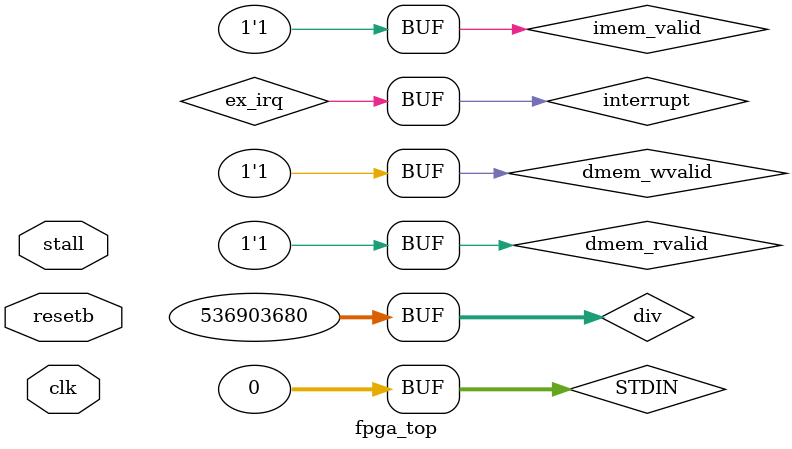
<source format=v>

`define PRINT_TIMELOG

`define TOP         top.riscv

/* verilator coverage_off */

`ifdef VERILATOR
import "DPI-C" function byte getch();
`endif

`ifdef SYNTHESIS
module fpga_top(
    input           clk,
    input           resetb,
    input           stall
);
`else
`ifdef VERILATOR
module testbench(
    input           clk,
    input           resetb,
    input           stall
);
`else
module testbench();
`endif // VERILATOR
`endif // SYNTHESIS

    `include "opcode.vh"

`ifdef MEMSIZE
    localparam      IRAMSIZE    = `MEMSIZE*1024;
    localparam      IRAMBASE    =  2147483648;
    localparam      DRAMSIZE    = `MEMSIZE*1024;
    localparam      DRAMBASE    =  2147483648 + `MEMSIZE*1024;
`else
    localparam      IRAMSIZE    = 128*1024;
    localparam      IRAMBASE    = 2147483648;
    localparam      DRAMSIZE    = 128*1024;
    localparam      DRAMBASE    = 2147483648 + 128*1024;
`endif

`ifndef SYNTHESIS
`ifndef VERILATOR
    reg             clk;
    reg             resetb;
    reg             stall;
`endif // !VERILATOR
`endif // !SYNTHESIS

    wire            exception;
    wire            ex_irq;
    wire            interrupt;

    reg     [31: 0] next_pc;
    reg     [ 7: 0] count;
    reg     [ 1: 0] fillcount;
    integer         i;
    integer         dump;
    integer         STDIN = 0;

task printStatistics;
begin
    $display("\nExcuting %0d instructions, %0d cycles, %0d.%03d CPI",
            `TOP.csr_instret, `TOP.csr_cycle,
            `TOP.csr_cycle/`TOP.csr_instret,
            (`TOP.csr_cycle * 1000 /`TOP.csr_instret) % 1000);
    $display("Program terminate");
end
endtask

`ifndef SYNTHESIS
initial begin
    if ($test$plusargs("help") != 0) begin
        $display("");
        $display("    +no-meminit   memory uninitialized");
        $display("    +dump         dump vcd file");
        $display("    +trace        generate trace log");
        $display("");
        $finish(0);
    end

    dump = $fopen("dump.txt", "w");

    if ($test$plusargs("dump") != 0) begin
        `ifdef VERILATOR
        $dumpfile("wave.fst");
        `else
        $dumpfile("wave.vcd");
        `endif
        $dumpvars(0, testbench);
    end

`ifndef VERILATOR
    clk             = 1'b1;
    resetb          = 1'b0;
    stall           = 1'b1;

    #100 resetb     = 1'b1;
    #100 stall      = 1'b0;
`endif // VERILATOR

end

`ifndef VERILATOR
always #10 clk      = ~clk;
`endif // VERILATOR

// check timeout if the PC do not change anymore
always @(posedge clk or negedge resetb) begin
    if (!resetb) begin
        next_pc     <= 32'h0;
        count       <= 8'h0;
    end else begin
        next_pc     <= `TOP.if_pc;

        if (next_pc == `TOP.if_pc)
            count   <= count + 1;
        else
            count   <= 8'h0;

        if (count > 100) begin
            $display("Executing timeout");
            #10 $finish(2);
        end
    end
end

// stop at exception
`ifdef STOP_AT_EXCEPTION
always @(posedge clk) begin
    if (exception) begin
        $display("Exception occurs, simulation exist.");
        #10 $finish(2);
    end
end
`endif
`endif // SYNTHESIS

`ifdef SINGLE_RAM

    wire            mem_ready;
    wire            mem_valid;
    wire            mem_we;
    wire    [31: 0] mem_addr;
    wire            mem_rresp;
    wire    [31: 0] mem_rdata;
    wire    [31: 0] mem_wdata;
    wire    [ 3: 0] mem_wstrb;
    wire            ready;

    assign mem_valid = 1'b1;
    assign interrupt = ex_irq;

    assign ready =
        (mem_ready && mem_we &&
         (mem_addr == MMIO_PUTC ||
          mem_addr == MMIO_GETC ||
          mem_addr == MMIO_EXIT)) ? 1'b0 : mem_ready;

    top top (
        .clk        (clk),
        .resetb     (resetb),

        .stall      (stall),
        .exception  (exception),

        .ex_irq     (ex_irq),
        .interrupt  (interrupt),

        .mem_ready  (mem_ready),
        .mem_valid  (mem_valid),
        .mem_we     (mem_we),
        .mem_addr   (mem_addr),
        .mem_rresp  (mem_rresp),
        .mem_rdata  (mem_rdata),
        .mem_wdata  (mem_wdata),
        .mem_wstrb  (mem_wstrb)
    );

    mem1port # (
        .SIZE(IRAMSIZE+DRAMSIZE),
        .FILE("memory.bin")
    ) mem (
        .clk   (clk),
        .resetb(resetb),

        .ready (ready),
        .we    (mem_we),
        .addr  (mem_addr[31:2]),
        .rresp (mem_rresp),
        .rdata (mem_rdata),
        .wdata (mem_wdata),
        .wstrb (mem_wstrb)
    );
    


`ifndef SYNTHESIS
    // check memory range
    always @(posedge clk) begin
        if (mem_ready && mem_we && mem_addr == MMIO_PUTC) begin
            $write("%c", mem_wdata[7:0]);
            $fflush;
        end
        else if (mem_ready && !mem_we && mem_addr == MMIO_GETC) begin
            `ifdef VERILATOR
            mem_rdata[ 7: 0] <= getch();
            `else
            // TODO
            mem_rdata[ 7: 0] <= 8'h78; // $fgetc(STDIN);
            `endif
            mem_rdata[31: 8] <= 'd0;
        end
        else if (mem_ready && mem_we && mem_addr == MMIO_EXIT) begin
            printStatistics();
            #10 $finish(1);
        end
        else if (mem_ready &&
                 mem_addr[31:$clog2(DRAMSIZE+IRAMSIZE)] != 'd0) begin
            $display("DMEM address %x out of range", mem_addr);
            #10 $finish(2);
        end
    end

    // syscall
    always @(posedge clk) begin
        if (`TOP.wb_system && !`TOP.wb_stall) begin
            if (`TOP.wb_break == 2'b00 && `TOP.regs[REG_A7] == SYS_EXIT) begin
                printStatistics();
                #10 $finish(2);
            end else if (`TOP.wb_break == 2'b00 && `TOP.regs[REG_A7] == SYS_WRITE &&
                `TOP.regs[REG_A0] == 32'h1) begin // stdout
                for (i = 0; i < `TOP.regs[REG_A2]; i = i + 1) begin
                    $write("%c", mem.getb(`TOP.regs[REG_A1] + i));
                end
                /* verilator lint_off IGNOREDRETURN */
                `TOP.set_reg(REG_A0, `TOP.regs[REG_A2]);
                /* verilator lint_on IGNOREDRETURN */
                $fflush;
            end else if (`TOP.wb_break == 2'b00 && `TOP.regs[REG_A7] == SYS_READ &&
                `TOP.regs[REG_A0] == 32'h0) begin // stdin
                // TODO
            end else if (`TOP.wb_break == 2'b00 && `TOP.regs[REG_A7] == SYS_DUMP && dump != 0) begin
                for (i = `TOP.regs[REG_A0]; i < `TOP.regs[REG_A1]; i = i + 4) begin
                    $fdisplay(dump, "%02x%02x%02x%02x", mem.getb(i + 3),
                                                        mem.getb(i + 2),
                                                        mem.getb(i + 1),
                                                        mem.getb(i + 0));
                end
            end else if (`TOP.wb_break == 2'b00 && `TOP.regs[REG_A7] == SYS_DUMP_BIN && dump != 0) begin
                for (i = `TOP.regs[REG_A0]; i < `TOP.regs[REG_A1]; i = i + 1) begin
                    $fwrite(dump, "%c", mem.getb(i));
                end
            end
        end
    end
`endif // SYNTHESIS

`else // SINGLE_RAM

    wire            imem_ready;
    wire            imem_valid;
    wire    [31: 0] imem_addr;
    wire            imem_rresp;
    wire    [31: 0] imem_rdata;

    wire            dmem_wready;
    wire            dmem_wvalid;
    wire    [31: 0] dmem_waddr;
    wire    [31: 0] dmem_wdata;
    wire    [ 3: 0] dmem_wstrb;

    wire            dmem_rready;
    wire            dmem_rvalid;
    wire    [31: 0] dmem_raddr;
    wire            dmem_rresp;
    reg     [31: 0] dmem_rdata;
    wire    [31: 0] temp_addrr;
    wire    [31: 0] div;
    wire    [31: 0] temp_addrw;
    wire    [31: 0] temp_addri;

    wire            wready;

    assign imem_valid   = 1'b1;
    assign dmem_rvalid  = 1'b1;
    assign dmem_wvalid  = 1'b1;
	
    assign interrupt    = ex_irq;
    assign div  =  DRAMBASE >> 2;
    assign temp_addrw[31:0]	= {2'b0,dmem_waddr[31:2] } - (DRAMBASE >> 2) ;
    assign temp_addrr[31:0]	= {2'b0,dmem_raddr[31:2] } - (DRAMBASE >> 2);
    assign temp_addri   = {2'b0, imem_addr[31:2]} - (IRAMBASE >> 2);

    assign wready =
        (dmem_wready &&
         (dmem_waddr == MMIO_PUTC ||
          dmem_waddr == MMIO_GETC ||
          dmem_waddr == MMIO_EXIT)) ? 1'b0 : dmem_wready;

    top top(
        .clk        (clk),
        .resetb     (resetb),

        .stall      (stall),
        .exception  (exception),

        .ex_irq     (ex_irq),
        .interrupt  (interrupt),

        .imem_ready (imem_ready),
        .imem_valid (imem_valid),
        .imem_addr  (imem_addr),
        .imem_rresp (imem_rresp),
        .imem_rdata (imem_rdata),

        .dmem_wready(dmem_wready),
        .dmem_wvalid(dmem_wvalid),
        .dmem_waddr (dmem_waddr),
        .dmem_wdata (dmem_wdata),
        .dmem_wstrb (dmem_wstrb),

        .dmem_rready(dmem_rready),
        .dmem_rvalid(dmem_rvalid),
        .dmem_raddr (dmem_raddr),
        .dmem_rresp (dmem_rresp),
        .dmem_rdata (dmem_rdata)
    );

`ifdef RV32C_ENABLED
    mem2r1w # (
        .SIZE(IRAMSIZE),
        .FILE("imem.bin")
    ) imem (
        .clk   (clk),
        .resetb(resetb),

        .rready(imem_ready & imem_valid),
        .wready(1'b0),
        .rresp (imem_rresp),
        .rdata (imem_rdata),
        .raddr (imem_addr[31:1]-(IRAMBASE/2)),
        .waddr (30'h0),
        .wdata (32'h0),
        .wstrb (4'h0)
    );
`else
    mem2ports # (
        .SIZE(IRAMSIZE),
        .FILE("imem.bin")
    ) imem (
        .clk   (clk),
        .resetb(resetb),

        .rready(imem_ready & imem_valid),
        .wready(1'b0),
        .rresp (imem_rresp),
        .rdata (imem_rdata),
        .raddr ({2'b0,temp_addri[27:0]}),
        .waddr (30'h0),
        .wdata (32'h0),
        .wstrb (4'h0)
    );
`endif // RV32C_ENABLED

    mem2ports # (
        .SIZE(DRAMSIZE),
        .FILE("dmem.bin")
    ) dmem (
        .clk   (clk),
        .resetb(resetb),

        .rready(dmem_rready & dmem_rvalid),
        .wready(wready & dmem_wvalid),
        .rresp (dmem_rresp),
        .rdata (dmem_rdata),
        .raddr ({2'b0,temp_addrr[27:0]}),
        .waddr ({2'b0,temp_addrw[27:0]}),
        .wdata (dmem_wdata),
        .wstrb (dmem_wstrb)
    );

`ifndef SYNTHESIS
    // check memory range
    always @(posedge clk) begin
        if (imem_ready && imem_addr[31:$clog2(IRAMSIZE)] > 15'b1000_0000_0000_000) begin
            $display("IMEM address %x out of range", imem_addr);
            #10 $finish(2);
        end

        if (`TOP.dmem_wready && `TOP.dmem_waddr == MMIO_PUTC) begin
            $write("%c", dmem_wdata[7:0]);
            $fflush;
        end
        else if (`TOP.dmem_rready && `TOP.dmem_raddr == MMIO_GETC) begin
            `ifdef VERILATOR
            dmem_rdata[ 7: 0] <= getch();
            `else
            // TODO
            dmem_rdata[ 7: 0] <= 8'h78; // $fgetc(STDIN);
            `endif
            dmem_rdata[31: 8] <= 'd0;
        end
        else if (`TOP.dmem_wready && `TOP.dmem_waddr == MMIO_EXIT) begin
            printStatistics();
            #10 $finish(1);
        end
        else if (dmem_wready &&
                 dmem_waddr[31:$clog2(DRAMSIZE + IRAMSIZE)] > 14'b1000_0000_0000_00) begin;
            $display("DMEM address %x out of range in if", dmem_waddr);
            #10 $finish(2);
        end
    end

    // syscall
    always @(posedge clk) begin
        if (`TOP.wb_system && !`TOP.wb_stall) begin
            if (`TOP.wb_break == 2'b00 && `TOP.regs[REG_A7] == SYS_EXIT) begin
                printStatistics();
                #10 $finish(2);
            end else if (`TOP.wb_break == 2'b00 && `TOP.regs[REG_A7] == SYS_WRITE &&
                `TOP.regs[REG_A0] == 32'h1) begin // stdout
                for (i = 0; i < `TOP.regs[REG_A2]; i = i + 1) begin
                    $write("%c", dmem.getb(`TOP.regs[REG_A1] - IRAMSIZE + i));
                end
                /* verilator lint_off IGNOREDRETURN */
                `TOP.set_reg(REG_A0, `TOP.regs[REG_A2]);
                /* verilator lint_on IGNOREDRETURN */
                $fflush;
            end else if (`TOP.wb_break == 2'b00 && `TOP.regs[REG_A7] == SYS_READ &&
                `TOP.regs[REG_A0] == 32'h0) begin // stdin
                // TODO
            end else if (`TOP.wb_break == 2'b00 && `TOP.regs[REG_A7] == SYS_DUMP && dump != 0) begin
                for (i = `TOP.regs[REG_A0]; i < `TOP.regs[REG_A1]; i = i + 4) begin
                    $fdisplay(dump, "%02x%02x%02x%02x", dmem.getb(i - IRAMSIZE + 3),
                                                        dmem.getb(i - IRAMSIZE + 2),
                                                        dmem.getb(i - IRAMSIZE + 1),
                                                        dmem.getb(i - IRAMSIZE + 0));
                end
            end else if (`TOP.wb_break == 2'b00 && `TOP.regs[REG_A7] == SYS_DUMP_BIN && dump != 0) begin
                for (i = `TOP.regs[REG_A0]; i < `TOP.regs[REG_A1]; i = i + 1) begin
                    $fwrite(dump, "%c", dmem.getb(i - IRAMSIZE));
                end
            end
        end
    end
`endif // SYNTHESIS

`endif // SINGLE_RAM

`ifndef SYNTHESIS
`ifdef TRACE
////////////////////////////////////////////////////////////
// Generate trace.log
////////////////////////////////////////////////////////////
    integer         fp;

    reg [7*8:1] regname;

initial begin
    if ($test$plusargs("trace") != 0) begin
        fp = $fopen("trace.log", "w");
    end
end

always @* begin
    case(`TOP.wb_dst_sel)
        'd0: regname = "zero";
        'd1: regname = "ra";
        'd2: regname = "sp";
        'd3: regname = "gp";
        'd4: regname = "tp";
        'd5: regname = "t0";
        'd6: regname = "t1";
        'd7: regname = "t2";
        'd8: regname = "s0(fp)";
        'd9: regname = "s1";
        'd10: regname = "a0";
        'd11: regname = "a1";
        'd12: regname = "a2";
        'd13: regname = "a3";
        'd14: regname = "a4";
        'd15: regname = "a5";
        'd16: regname = "a6";
        'd17: regname = "a7";
        'd18: regname = "s2";
        'd19: regname = "s3";
        'd20: regname = "s4";
        'd21: regname = "s5";
        'd22: regname = "s6";
        'd23: regname = "s7";
        'd24: regname = "s8";
        'd25: regname = "s9";
        'd26: regname = "s10";
        'd27: regname = "s11";
        'd28: regname = "t3";
        'd29: regname = "t4";
        'd30: regname = "t5";
        'd31: regname = "t6";
        default: regname = "xx";
    endcase
end

always @(posedge clk or negedge resetb) begin
    if (!resetb) begin
        fillcount       <= 'd0;
    end else if (!`TOP.wb_stall && !`TOP.stall_r && !`TOP.wb_flush &&
                 fillcount != 2'b11) begin
        fillcount       <= fillcount + 1;
    end
end

always @(posedge clk) begin
    if ($test$plusargs("trace") != 0 && !`TOP.wb_stall && !`TOP.stall_r &&
        !`TOP.wb_flush && fillcount == 2'b11) begin
        `ifdef PRINT_TIMELOG
        //$fwrite(fp, "%d ", top.riscv.csr_cycle[31:0]);
        `endif
        $fwrite(fp, "0x%08x (0x%08x)", `TOP.wb_pc, `TOP.wb_insn);
        
        if (`TOP.wb_mem2reg && !`TOP.wb_ld_align_excp && `TOP.wb_alu2reg) begin
            $fwrite(fp, " x%0d  0x%08x mem 0x%08x\n", `TOP.wb_dst_sel, `TOP.wb_rdata, `TOP.wb_raddress);
        end else if (`TOP.wb_mem2reg && !`TOP.wb_ld_align_excp && !`TOP.wb_alu2reg) begin
        	$fwrite(fp, "\n");
        end else if (`TOP.wb_alu2reg) begin
        	//if((`TOP.wb_insn[`OPCODE] == OP_JAL ||  `TOP.wb_insn[`OPCODE] == OP_JALR || `TOP.wb_insn[`OPCODE] == OP_SYSTEM) &&  `TOP.wb_dst_sel  == 5'b0) 
        	if(`TOP.wb_dst_sel  == 5'b0)begin
        		$fwrite(fp, "\n");
        	end 
        	    else begin
               	$fwrite(fp, " x%0d  0x%08x\n", `TOP.wb_dst_sel, `TOP.wb_result);
               	end
        end else if (`TOP.dmem_wready) begin
            case(`TOP.wb_alu_op)
                3'h0: begin
                    case (`TOP.wb_wstrb)
                        4'b0001: $fwrite(fp, " mem 0x%08x 0x%x\n",
                        `TOP.dmem_waddr, {`TOP.dmem_wdata[8*0+7:8*0]});
                        4'b0010: $fwrite(fp, " mem 0x%08x 0x%x\n",
                        `TOP.dmem_waddr, {`TOP.dmem_wdata[8*1+7:8*1]});
                        4'b0100: $fwrite(fp, " mem 0x%08x 0x%x\n",
                        `TOP.dmem_waddr, {`TOP.dmem_wdata[8*2+7:8*2]});
                        4'b1000: $fwrite(fp, " mem 0x%08x 0x%x\n",
                        `TOP.dmem_waddr, {`TOP.dmem_wdata[8*3+7:8*3]});
                        default: ;
                    endcase
                end
                3'h1: begin
                    if (`TOP.wb_wstrb == 4'b0011)
                        $fwrite(fp, " mem 0x%08x 0x%x\n",
                        `TOP.dmem_waddr, {`TOP.dmem_wdata[15:0]});
                    else if (`TOP.wb_wstrb == 4'b1100)
                        $fwrite(fp, " mem 0x%08x 0x%x\n",
                        `TOP.dmem_waddr, {`TOP.dmem_wdata[31:16]});
                end
                3'h2: $fwrite(fp, " mem 0x%08x 0x%x\n",
                      `TOP.dmem_waddr, `TOP.dmem_wdata);
                default: $fwrite(fp, "\n");
            endcase
        end else begin
            $fwrite(fp, "\n");
        end
    end
end
`endif // TRACE
`endif // SYNTHESIS

endmodule

/* verilator coverage_on */


</source>
